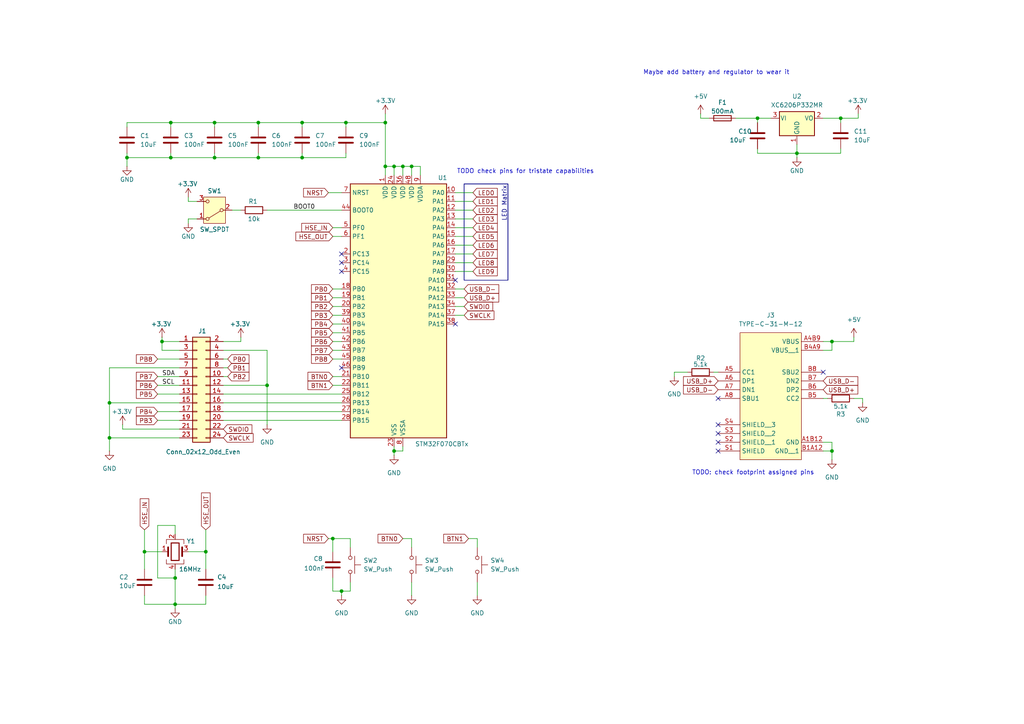
<source format=kicad_sch>
(kicad_sch (version 20231120) (generator "eeschema") (generator_version "8.0")
  (paper "A4")
  (title_block (title "VIRM-STM32") (date "2024-03-24") (rev "1.0") (company "Martijn Casteel"))
  (lib_symbols
    (symbol "Connector_Generic:Conn_02x12_Odd_Even" (pin_names (offset 1.016) hide)
      (property "Reference" "J" (at 1.27 15.24 0))
      (property "Value" "Conn_02x12_Odd_Even" (at 1.27 -17.78 0))
      (symbol "Conn_02x12_Odd_Even_1_1"
        (rectangle (start -1.27 -15.113) (end 0 -15.367) (stroke (width 0.1524)))
        (rectangle (start -1.27 -12.573) (end 0 -12.827) (stroke (width 0.1524)))
        (rectangle (start -1.27 -10.033) (end 0 -10.287) (stroke (width 0.1524)))
        (rectangle (start -1.27 -7.493) (end 0 -7.747) (stroke (width 0.1524)))
        (rectangle (start -1.27 -4.953) (end 0 -5.207) (stroke (width 0.1524)))
        (rectangle (start -1.27 -2.413) (end 0 -2.667) (stroke (width 0.1524)))
        (rectangle (start -1.27 0.127) (end 0 -0.127) (stroke (width 0.1524)))
        (rectangle (start -1.27 2.667) (end 0 2.413) (stroke (width 0.1524)))
        (rectangle (start -1.27 5.207) (end 0 4.953) (stroke (width 0.1524)))
        (rectangle (start -1.27 7.747) (end 0 7.493) (stroke (width 0.1524)))
        (rectangle (start -1.27 10.287) (end 0 10.033) (stroke (width 0.1524)))
        (rectangle (start -1.27 12.827) (end 0 12.573) (stroke (width 0.1524)))
        (rectangle (start -1.27 13.97) (end 3.81 -16.51) (stroke (width 0.254)) (fill (type background)))
        (rectangle (start 3.81 -15.113) (end 2.54 -15.367) (stroke (width 0.1524)))
        (rectangle (start 3.81 -12.573) (end 2.54 -12.827) (stroke (width 0.1524)))
        (rectangle (start 3.81 -10.033) (end 2.54 -10.287) (stroke (width 0.1524)))
        (rectangle (start 3.81 -7.493) (end 2.54 -7.747) (stroke (width 0.1524)))
        (rectangle (start 3.81 -4.953) (end 2.54 -5.207) (stroke (width 0.1524)))
        (rectangle (start 3.81 -2.413) (end 2.54 -2.667) (stroke (width 0.1524)))
        (rectangle (start 3.81 0.127) (end 2.54 -0.127) (stroke (width 0.1524)))
        (rectangle (start 3.81 2.667) (end 2.54 2.413) (stroke (width 0.1524)))
        (rectangle (start 3.81 5.207) (end 2.54 4.953) (stroke (width 0.1524)))
        (rectangle (start 3.81 7.747) (end 2.54 7.493) (stroke (width 0.1524)))
        (rectangle (start 3.81 10.287) (end 2.54 10.033) (stroke (width 0.1524)))
        (rectangle (start 3.81 12.827) (end 2.54 12.573) (stroke (width 0.1524)))
        (pin passive line (at -5.08 12.7 0) (length 3.81) (name "Pin_1") (number "1"))
        (pin passive line (at 7.62 2.54 180) (length 3.81) (name "Pin_10") (number "10"))
        (pin passive line (at -5.08 0 0) (length 3.81) (name "Pin_11") (number "11"))
        (pin passive line (at 7.62 0 180) (length 3.81) (name "Pin_12") (number "12"))
        (pin passive line (at -5.08 -2.54 0) (length 3.81) (name "Pin_13") (number "13"))
        (pin passive line (at 7.62 -2.54 180) (length 3.81) (name "Pin_14") (number "14"))
        (pin passive line (at -5.08 -5.08 0) (length 3.81) (name "Pin_15") (number "15"))
        (pin passive line (at 7.62 -5.08 180) (length 3.81) (name "Pin_16") (number "16"))
        (pin passive line (at -5.08 -7.62 0) (length 3.81) (name "Pin_17") (number "17"))
        (pin passive line (at 7.62 -7.62 180) (length 3.81) (name "Pin_18") (number "18"))
        (pin passive line (at -5.08 -10.16 0) (length 3.81) (name "Pin_19") (number "19"))
        (pin passive line (at 7.62 12.7 180) (length 3.81) (name "Pin_2") (number "2"))
        (pin passive line (at 7.62 -10.16 180) (length 3.81) (name "Pin_20") (number "20"))
        (pin passive line (at -5.08 -12.7 0) (length 3.81) (name "Pin_21") (number "21"))
        (pin passive line (at 7.62 -12.7 180) (length 3.81) (name "Pin_22") (number "22"))
        (pin passive line (at -5.08 -15.24 0) (length 3.81) (name "Pin_23") (number "23"))
        (pin passive line (at 7.62 -15.24 180) (length 3.81) (name "Pin_24") (number "24"))
        (pin passive line (at -5.08 10.16 0) (length 3.81) (name "Pin_3") (number "3"))
        (pin passive line (at 7.62 10.16 180) (length 3.81) (name "Pin_4") (number "4"))
        (pin passive line (at -5.08 7.62 0) (length 3.81) (name "Pin_5") (number "5"))
        (pin passive line (at 7.62 7.62 180) (length 3.81) (name "Pin_6") (number "6"))
        (pin passive line (at -5.08 5.08 0) (length 3.81) (name "Pin_7") (number "7"))
        (pin passive line (at 7.62 5.08 180) (length 3.81) (name "Pin_8") (number "8"))
        (pin passive line (at -5.08 2.54 0) (length 3.81) (name "Pin_9") (number "9"))
      )
    )
    (symbol "Device:C" (pin_numbers hide) (pin_names (offset 0.254))
      (property "Reference" "C" (at 0.635 2.54 0))
      (property "Value" "C" (at 0.635 -2.54 0))
      (symbol "C_0_1"
        (polyline (pts (xy -2.032 -0.762) (xy 2.032 -0.762)) (stroke (width 0.508)))
        (polyline (pts (xy -2.032 0.762) (xy 2.032 0.762)) (stroke (width 0.508)))
      )
      (symbol "C_1_1"
        (pin passive line (at 0 3.81 270) (length 2.794) (name "~") (number "1"))
        (pin passive line (at 0 -3.81 90) (length 2.794) (name "~") (number "2"))
      )
    )
    (symbol "Device:Crystal_GND24" (pin_names (offset 1.016) hide)
      (property "Reference" "Y" (at 3.175 5.08 0))
      (property "Value" "Crystal_GND24" (at 3.175 3.175 0))
      (symbol "Crystal_GND24_0_1"
        (rectangle (start -1.143 2.54) (end 1.143 -2.54) (stroke (width 0.3048)))
        (polyline (pts (xy -2.54 0) (xy -2.032 0)))
        (polyline (pts (xy -2.032 -1.27) (xy -2.032 1.27)) (stroke (width 0.508)))
        (polyline (pts (xy 0 -3.81) (xy 0 -3.556)))
        (polyline (pts (xy 0 3.556) (xy 0 3.81)))
        (polyline (pts (xy 2.032 -1.27) (xy 2.032 1.27)) (stroke (width 0.508)))
        (polyline (pts (xy 2.032 0) (xy 2.54 0)))
        (polyline (pts (xy -2.54 -2.286) (xy -2.54 -3.556) (xy 2.54 -3.556) (xy 2.54 -2.286)))
        (polyline (pts (xy -2.54 2.286) (xy -2.54 3.556) (xy 2.54 3.556) (xy 2.54 2.286)))
      )
      (symbol "Crystal_GND24_1_1"
        (pin passive line (at -3.81 0 0) (length 1.27) (name "1") (number "1"))
        (pin passive line (at 0 5.08 270) (length 1.27) (name "2") (number "2"))
        (pin passive line (at 3.81 0 180) (length 1.27) (name "3") (number "3"))
        (pin passive line (at 0 -5.08 90) (length 1.27) (name "4") (number "4"))
      )
    )
    (symbol "Device:Fuse" (pin_numbers hide) (pin_names (offset 0))
      (property "Reference" "F" (at 2.032 0 90))
      (property "Value" "Fuse" (at -1.905 0 90))
      (symbol "Fuse_0_1"
        (rectangle (start -0.762 -2.54) (end 0.762 2.54) (stroke (width 0.254)))
        (polyline (pts (xy 0 2.54) (xy 0 -2.54)))
      )
      (symbol "Fuse_1_1"
        (pin passive line (at 0 3.81 270) (length 1.27) (name "~") (number "1"))
        (pin passive line (at 0 -3.81 90) (length 1.27) (name "~") (number "2"))
      )
    )
    (symbol "Device:R" (pin_numbers hide) (pin_names (offset 0))
      (property "Reference" "R" (at 2.032 0 90))
      (property "Value" "R" (at 0 0 90))
      (symbol "R_0_1"
        (rectangle (start -1.016 -2.54) (end 1.016 2.54) (stroke (width 0.254)))
      )
      (symbol "R_1_1"
        (pin passive line (at 0 3.81 270) (length 1.27) (name "~") (number "1"))
        (pin passive line (at 0 -3.81 90) (length 1.27) (name "~") (number "2"))
      )
    )
    (symbol "LCSC:TYPE-C-31-M-12" (pin_names (offset 0.5))
      (property "Reference" "J" (at 0.254 22.86 0))
      (property "Value" "TYPE-C-31-M-12" (at 0 20.574 0))
      (symbol "TYPE-C-31-M-12_1_1"
        (rectangle (start -8.89 19.05) (end 8.89 -17.78) (fill (type background)))
        (pin power_in line (at 15.24 -12.7 180) (length 6.35) (name "GND") (number "A1B12"))
        (pin power_in line (at 15.24 16.51 180) (length 6.35) (name "VBUS") (number "A4B9"))
        (pin bidirectional line (at -15.24 7.62 0) (length 6.35) (name "CC1") (number "A5"))
        (pin bidirectional line (at -15.24 5.08 0) (length 6.35) (name "DP1") (number "A6"))
        (pin bidirectional line (at -15.24 2.54 0) (length 6.35) (name "DN1") (number "A7"))
        (pin bidirectional line (at -15.24 0 0) (length 6.35) (name "SBU1") (number "A8"))
        (pin power_in line (at 15.24 -15.24 180) (length 6.35) (name "GND__1") (number "B1A12"))
        (pin power_in line (at 15.24 13.97 180) (length 6.35) (name "VBUS__1") (number "B4A9"))
        (pin bidirectional line (at 15.24 0 180) (length 6.35) (name "CC2") (number "B5"))
        (pin bidirectional line (at 15.24 2.54 180) (length 6.35) (name "DP2") (number "B6"))
        (pin bidirectional line (at 15.24 5.08 180) (length 6.35) (name "DN2") (number "B7"))
        (pin bidirectional line (at 15.24 7.62 180) (length 6.35) (name "SBU2") (number "B8"))
        (pin passive line (at -15.24 -15.24 0) (length 6.35) (name "SHIELD") (number "S1"))
        (pin passive line (at -15.24 -12.7 0) (length 6.35) (name "SHIELD__1") (number "S2"))
        (pin passive line (at -15.24 -10.16 0) (length 6.35) (name "SHIELD__2") (number "S3"))
        (pin passive line (at -15.24 -7.62 0) (length 6.35) (name "SHIELD__3") (number "S4"))
      )
    )
    (symbol "MCU_ST_STM32F0:STM32F070CBTx"
      (property "Reference" "U" (at -12.7 39.37 0))
      (property "Value" "STM32F070CBTx" (at 10.16 39.37 0))
      (symbol "STM32F070CBTx_0_1"
        (rectangle (start -12.7 -35.56) (end 15.24 38.1) (stroke (width 0.254)) (fill (type background)))
      )
      (symbol "STM32F070CBTx_1_1"
        (pin power_in line (at -2.54 40.64 270) (length 2.54) (name "VDD") (number "1"))
        (pin bidirectional line (at 17.78 35.56 180) (length 2.54) (name "PA0") (number "10"))
        (pin bidirectional line (at 17.78 33.02 180) (length 2.54) (name "PA1") (number "11"))
        (pin bidirectional line (at 17.78 30.48 180) (length 2.54) (name "PA2") (number "12"))
        (pin bidirectional line (at 17.78 27.94 180) (length 2.54) (name "PA3") (number "13"))
        (pin bidirectional line (at 17.78 25.4 180) (length 2.54) (name "PA4") (number "14"))
        (pin bidirectional line (at 17.78 22.86 180) (length 2.54) (name "PA5") (number "15"))
        (pin bidirectional line (at 17.78 20.32 180) (length 2.54) (name "PA6") (number "16"))
        (pin bidirectional line (at 17.78 17.78 180) (length 2.54) (name "PA7") (number "17"))
        (pin bidirectional line (at -15.24 7.62 0) (length 2.54) (name "PB0") (number "18"))
        (pin bidirectional line (at -15.24 5.08 0) (length 2.54) (name "PB1") (number "19"))
        (pin bidirectional line (at -15.24 17.78 0) (length 2.54) (name "PC13") (number "2"))
        (pin bidirectional line (at -15.24 2.54 0) (length 2.54) (name "PB2") (number "20"))
        (pin bidirectional line (at -15.24 -17.78 0) (length 2.54) (name "PB10") (number "21"))
        (pin bidirectional line (at -15.24 -20.32 0) (length 2.54) (name "PB11") (number "22"))
        (pin power_in line (at 0 -38.1 90) (length 2.54) (name "VSS") (number "23"))
        (pin power_in line (at 0 40.64 270) (length 2.54) (name "VDD") (number "24"))
        (pin bidirectional line (at -15.24 -22.86 0) (length 2.54) (name "PB12") (number "25"))
        (pin bidirectional line (at -15.24 -25.4 0) (length 2.54) (name "PB13") (number "26"))
        (pin bidirectional line (at -15.24 -27.94 0) (length 2.54) (name "PB14") (number "27"))
        (pin bidirectional line (at -15.24 -30.48 0) (length 2.54) (name "PB15") (number "28"))
        (pin bidirectional line (at 17.78 15.24 180) (length 2.54) (name "PA8") (number "29"))
        (pin bidirectional line (at -15.24 15.24 0) (length 2.54) (name "PC14") (number "3"))
        (pin bidirectional line (at 17.78 12.7 180) (length 2.54) (name "PA9") (number "30"))
        (pin bidirectional line (at 17.78 10.16 180) (length 2.54) (name "PA10") (number "31"))
        (pin bidirectional line (at 17.78 7.62 180) (length 2.54) (name "PA11") (number "32"))
        (pin bidirectional line (at 17.78 5.08 180) (length 2.54) (name "PA12") (number "33"))
        (pin bidirectional line (at 17.78 2.54 180) (length 2.54) (name "PA13") (number "34"))
        (pin passive line (at 0 -38.1 90) (length 2.54) hide (name "VSS") (number "35"))
        (pin power_in line (at 2.54 40.64 270) (length 2.54) (name "VDD") (number "36"))
        (pin bidirectional line (at 17.78 0 180) (length 2.54) (name "PA14") (number "37"))
        (pin bidirectional line (at 17.78 -2.54 180) (length 2.54) (name "PA15") (number "38"))
        (pin bidirectional line (at -15.24 0 0) (length 2.54) (name "PB3") (number "39"))
        (pin bidirectional line (at -15.24 12.7 0) (length 2.54) (name "PC15") (number "4"))
        (pin bidirectional line (at -15.24 -2.54 0) (length 2.54) (name "PB4") (number "40"))
        (pin bidirectional line (at -15.24 -5.08 0) (length 2.54) (name "PB5") (number "41"))
        (pin bidirectional line (at -15.24 -7.62 0) (length 2.54) (name "PB6") (number "42"))
        (pin bidirectional line (at -15.24 -10.16 0) (length 2.54) (name "PB7") (number "43"))
        (pin input line (at -15.24 30.48 0) (length 2.54) (name "BOOT0") (number "44"))
        (pin bidirectional line (at -15.24 -12.7 0) (length 2.54) (name "PB8") (number "45"))
        (pin bidirectional line (at -15.24 -15.24 0) (length 2.54) (name "PB9") (number "46"))
        (pin passive line (at 0 -38.1 90) (length 2.54) hide (name "VSS") (number "47"))
        (pin power_in line (at 5.08 40.64 270) (length 2.54) (name "VDD") (number "48"))
        (pin bidirectional line (at -15.24 25.4 0) (length 2.54) (name "PF0") (number "5"))
        (pin bidirectional line (at -15.24 22.86 0) (length 2.54) (name "PF1") (number "6"))
        (pin input line (at -15.24 35.56 0) (length 2.54) (name "NRST") (number "7"))
        (pin power_in line (at 2.54 -38.1 90) (length 2.54) (name "VSSA") (number "8"))
        (pin power_in line (at 7.62 40.64 270) (length 2.54) (name "VDDA") (number "9"))
      )
    )
    (symbol "Regulator_Linear:XC6206PxxxMR" (pin_names (offset 0.254))
      (property "Reference" "U" (at -3.81 3.175 0))
      (property "Value" "XC6206PxxxMR" (at 0 3.175 0))
      (symbol "XC6206PxxxMR_0_1"
        (rectangle (start -5.08 1.905) (end 5.08 -5.08) (stroke (width 0.254)) (fill (type background)))
      )
      (symbol "XC6206PxxxMR_1_1"
        (pin power_in line (at 0 -7.62 90) (length 2.54) (name "GND") (number "1"))
        (pin power_out line (at 7.62 0 180) (length 2.54) (name "VO") (number "2"))
        (pin power_in line (at -7.62 0 0) (length 2.54) (name "VI") (number "3"))
      )
    )
    (symbol "Switch:SW_Push" (pin_numbers hide) (pin_names (offset 1.016) hide)
      (property "Reference" "SW" (at 1.27 2.54 0))
      (property "Value" "SW_Push" (at 0 -1.524 0))
      (symbol "SW_Push_0_1"
        (circle (center -2.032 0) (radius 0.508))
        (polyline (pts (xy 0 1.27) (xy 0 3.048)))
        (polyline (pts (xy 2.54 1.27) (xy -2.54 1.27)))
        (circle (center 2.032 0) (radius 0.508))
        (pin passive line (at -5.08 0 0) (length 2.54) (name "1") (number "1"))
        (pin passive line (at 5.08 0 180) (length 2.54) (name "2") (number "2"))
      )
    )
    (symbol "Switch:SW_SPDT" (pin_names (offset 0) hide)
      (property "Reference" "SW" (at 0 5.08 0))
      (property "Value" "SW_SPDT" (at 0 -5.08 0))
      (symbol "SW_SPDT_0_1"
        (circle (center -2.032 0) (radius 0.4572))
        (polyline (pts (xy -1.651 0.254) (xy 1.651 2.286)))
        (circle (center 2.032 -2.54) (radius 0.4572))
        (circle (center 2.032 2.54) (radius 0.4572))
      )
      (symbol "SW_SPDT_1_1"
        (rectangle (start -3.175 3.81) (end 3.175 -3.81) (fill (type background)))
        (pin passive line (at 5.08 2.54 180) (length 2.54) (name "A") (number "1"))
        (pin passive line (at -5.08 0 0) (length 2.54) (name "B") (number "2"))
        (pin passive line (at 5.08 -2.54 180) (length 2.54) (name "C") (number "3"))
      )
    )
    (symbol "power:+3.3V" (power) (pin_numbers hide) (pin_names (offset 0) hide)
      (property "Value" "+3.3V" (at 0 3.556 0))
      (symbol "+3.3V_0_1"
        (polyline (pts (xy -0.762 1.27) (xy 0 2.54)))
        (polyline (pts (xy 0 0) (xy 0 2.54)))
        (polyline (pts (xy 0 2.54) (xy 0.762 1.27)))
      )
      (symbol "+3.3V_1_1"
        (pin power_in line (at 0 0 90) (length 0) (name "~") (number "1"))
      )
    )
    (symbol "power:+5V" (power) (pin_numbers hide) (pin_names (offset 0) hide)
      (property "Value" "+5V" (at 0 3.556 0))
      (symbol "+5V_0_1"
        (polyline (pts (xy -0.762 1.27) (xy 0 2.54)))
        (polyline (pts (xy 0 0) (xy 0 2.54)))
        (polyline (pts (xy 0 2.54) (xy 0.762 1.27)))
      )
      (symbol "+5V_1_1"
        (pin power_in line (at 0 0 90) (length 0) (name "~") (number "1"))
      )
    )
    (symbol "power:GND" (power) (pin_numbers hide) (pin_names (offset 0) hide)
      (property "Value" "GND" (at 0 -3.81 0))
      (symbol "GND_0_1"
        (polyline (pts (xy 0 0) (xy 0 -1.27) (xy 1.27 -1.27) (xy 0 -2.54) (xy -1.27 -1.27) (xy 0 -1.27)))
      )
      (symbol "GND_1_1"
        (pin power_in line (at 0 0 270) (length 0) (name "~") (number "1"))
      )
    )
  )
  (junction (at 74.93 45.72))
  (junction (at 49.53 35.56))
  (junction (at 116.84 48.26))
  (junction (at 50.8 175.26))
  (junction (at 74.93 35.56))
  (junction (at 59.69 160.02))
  (junction (at 31.75 116.84))
  (junction (at 77.47 111.76))
  (junction (at 114.3 130.81))
  (junction (at 241.3 130.81))
  (junction (at 46.99 99.06))
  (junction (at 87.63 35.56))
  (junction (at 62.23 35.56))
  (junction (at 49.53 45.72))
  (junction (at 111.76 35.56))
  (junction (at 99.06 171.45))
  (junction (at 241.3 99.06))
  (junction (at 36.83 45.72))
  (junction (at 50.8 167.64))
  (junction (at 231.14 44.45))
  (junction (at 111.76 48.26))
  (junction (at 96.52 156.21))
  (junction (at 87.63 45.72))
  (junction (at 114.3 48.26))
  (junction (at 41.91 160.02))
  (junction (at 219.71 34.29))
  (junction (at 243.84 34.29))
  (junction (at 119.38 48.26))
  (junction (at 100.33 35.56))
  (junction (at 31.75 127))
  (junction (at 62.23 45.72))
  (no_connect (at 208.28 115.57))
  (no_connect (at 99.06 76.2))
  (no_connect (at 208.28 128.27))
  (no_connect (at 208.28 123.19))
  (no_connect (at 238.76 107.95))
  (no_connect (at 99.06 78.74))
  (no_connect (at 132.08 93.98))
  (no_connect (at 132.08 81.28))
  (no_connect (at 99.06 73.66))
  (no_connect (at 208.28 130.81))
  (no_connect (at 99.06 106.68))
  (no_connect (at 208.28 125.73))
  (wire (pts (xy 100.33 35.56) (xy 111.76 35.56)))
  (wire (pts (xy 96.52 171.45) (xy 99.06 171.45)))
  (wire (pts (xy 231.14 41.91) (xy 231.14 44.45)))
  (wire (pts (xy 52.07 124.46) (xy 35.56 124.46)))
  (wire (pts (xy 238.76 34.29) (xy 243.84 34.29)))
  (wire (pts (xy 134.62 86.36) (xy 132.08 86.36)))
  (wire (pts (xy 67.31 60.96) (xy 69.85 60.96)))
  (wire (pts (xy 59.69 160.02) (xy 59.69 165.1)))
  (wire (pts (xy 87.63 35.56) (xy 74.93 35.56)))
  (wire (pts (xy 54.61 63.5) (xy 57.15 63.5)))
  (wire (pts (xy 231.14 44.45) (xy 231.14 45.72)))
  (wire (pts (xy 116.84 48.26) (xy 116.84 50.8)))
  (wire (pts (xy 96.52 93.98) (xy 99.06 93.98)))
  (wire (pts (xy 45.72 111.76) (xy 52.07 111.76)))
  (wire (pts (xy 250.19 115.57) (xy 250.19 116.84)))
  (wire (pts (xy 45.72 109.22) (xy 52.07 109.22)))
  (wire (pts (xy 96.52 156.21) (xy 96.52 160.02)))
  (wire (pts (xy 238.76 130.81) (xy 241.3 130.81)))
  (wire (pts (xy 31.75 116.84) (xy 31.75 127)))
  (wire (pts (xy 36.83 35.56) (xy 36.83 36.83)))
  (wire (pts (xy 132.08 91.44) (xy 134.62 91.44)))
  (wire (pts (xy 59.69 172.72) (xy 59.69 175.26)))
  (wire (pts (xy 99.06 171.45) (xy 99.06 172.72)))
  (wire (pts (xy 64.77 119.38) (xy 99.06 119.38)))
  (wire (pts (xy 138.43 168.91) (xy 138.43 172.72)))
  (wire (pts (xy 137.16 68.58) (xy 132.08 68.58)))
  (wire (pts (xy 96.52 101.6) (xy 99.06 101.6)))
  (wire (pts (xy 247.65 97.79) (xy 247.65 99.06)))
  (wire (pts (xy 54.61 160.02) (xy 59.69 160.02)))
  (wire (pts (xy 62.23 35.56) (xy 49.53 35.56)))
  (wire (pts (xy 49.53 35.56) (xy 36.83 35.56)))
  (wire (pts (xy 219.71 43.18) (xy 219.71 44.45)))
  (wire (pts (xy 111.76 35.56) (xy 111.76 48.26)))
  (wire (pts (xy 66.04 106.68) (xy 64.77 106.68)))
  (wire (pts (xy 62.23 45.72) (xy 74.93 45.72)))
  (wire (pts (xy 114.3 129.54) (xy 114.3 130.81)))
  (wire (pts (xy 74.93 45.72) (xy 87.63 45.72)))
  (wire (pts (xy 87.63 45.72) (xy 100.33 45.72)))
  (wire (pts (xy 114.3 48.26) (xy 116.84 48.26)))
  (wire (pts (xy 45.72 104.14) (xy 52.07 104.14)))
  (wire (pts (xy 241.3 99.06) (xy 241.3 101.6)))
  (wire (pts (xy 35.56 124.46) (xy 35.56 123.19)))
  (wire (pts (xy 41.91 160.02) (xy 41.91 165.1)))
  (wire (pts (xy 96.52 88.9) (xy 99.06 88.9)))
  (wire (pts (xy 96.52 96.52) (xy 99.06 96.52)))
  (wire (pts (xy 238.76 101.6) (xy 241.3 101.6)))
  (wire (pts (xy 96.52 66.04) (xy 99.06 66.04)))
  (wire (pts (xy 132.08 78.74) (xy 137.16 78.74)))
  (wire (pts (xy 137.16 55.88) (xy 132.08 55.88)))
  (wire (pts (xy 247.65 115.57) (xy 250.19 115.57)))
  (wire (pts (xy 137.16 66.04) (xy 132.08 66.04)))
  (wire (pts (xy 96.52 91.44) (xy 99.06 91.44)))
  (wire (pts (xy 77.47 111.76) (xy 77.47 123.19)))
  (wire (pts (xy 41.91 172.72) (xy 41.91 175.26)))
  (wire (pts (xy 119.38 158.75) (xy 119.38 156.21)))
  (wire (pts (xy 96.52 99.06) (xy 99.06 99.06)))
  (wire (pts (xy 64.77 111.76) (xy 77.47 111.76)))
  (wire (pts (xy 248.92 33.02) (xy 248.92 34.29)))
  (wire (pts (xy 54.61 57.15) (xy 54.61 58.42)))
  (wire (pts (xy 96.52 86.36) (xy 99.06 86.36)))
  (wire (pts (xy 100.33 35.56) (xy 100.33 36.83)))
  (wire (pts (xy 50.8 154.94) (xy 50.8 152.4)))
  (wire (pts (xy 74.93 35.56) (xy 62.23 35.56)))
  (wire (pts (xy 132.08 88.9) (xy 134.62 88.9)))
  (wire (pts (xy 111.76 48.26) (xy 111.76 50.8)))
  (wire (pts (xy 121.92 50.8) (xy 121.92 48.26)))
  (wire (pts (xy 96.52 111.76) (xy 99.06 111.76)))
  (wire (pts (xy 238.76 128.27) (xy 241.3 128.27)))
  (wire (pts (xy 219.71 34.29) (xy 223.52 34.29)))
  (wire (pts (xy 59.69 153.67) (xy 59.69 160.02)))
  (wire (pts (xy 50.8 175.26) (xy 50.8 176.53)))
  (wire (pts (xy 134.62 83.82) (xy 132.08 83.82)))
  (wire (pts (xy 116.84 129.54) (xy 116.84 130.81)))
  (wire (pts (xy 62.23 45.72) (xy 62.23 44.45)))
  (wire (pts (xy 243.84 34.29) (xy 243.84 35.56)))
  (wire (pts (xy 36.83 44.45) (xy 36.83 45.72)))
  (wire (pts (xy 64.77 99.06) (xy 69.85 99.06)))
  (wire (pts (xy 195.58 107.95) (xy 199.39 107.95)))
  (wire (pts (xy 243.84 34.29) (xy 248.92 34.29)))
  (wire (pts (xy 138.43 158.75) (xy 138.43 156.21)))
  (wire (pts (xy 219.71 44.45) (xy 231.14 44.45)))
  (wire (pts (xy 46.99 99.06) (xy 52.07 99.06)))
  (wire (pts (xy 62.23 35.56) (xy 62.23 36.83)))
  (wire (pts (xy 135.89 156.21) (xy 138.43 156.21)))
  (wire (pts (xy 238.76 115.57) (xy 240.03 115.57)))
  (wire (pts (xy 137.16 73.66) (xy 132.08 73.66)))
  (wire (pts (xy 132.08 76.2) (xy 137.16 76.2)))
  (wire (pts (xy 31.75 127) (xy 52.07 127)))
  (wire (pts (xy 50.8 167.64) (xy 50.8 175.26)))
  (wire (pts (xy 31.75 106.68) (xy 52.07 106.68)))
  (wire (pts (xy 66.04 104.14) (xy 64.77 104.14)))
  (wire (pts (xy 114.3 130.81) (xy 114.3 132.08)))
  (wire (pts (xy 231.14 44.45) (xy 243.84 44.45)))
  (wire (pts (xy 54.61 64.77) (xy 54.61 63.5)))
  (wire (pts (xy 96.52 156.21) (xy 101.6 156.21)))
  (wire (pts (xy 77.47 101.6) (xy 77.47 111.76)))
  (wire (pts (xy 87.63 35.56) (xy 87.63 36.83)))
  (wire (pts (xy 31.75 127) (xy 31.75 130.81)))
  (wire (pts (xy 95.25 156.21) (xy 96.52 156.21)))
  (wire (pts (xy 96.52 104.14) (xy 99.06 104.14)))
  (wire (pts (xy 64.77 116.84) (xy 99.06 116.84)))
  (wire (pts (xy 64.77 101.6) (xy 77.47 101.6)))
  (wire (pts (xy 119.38 48.26) (xy 119.38 50.8)))
  (wire (pts (xy 59.69 175.26) (xy 50.8 175.26)))
  (wire (pts (xy 31.75 106.68) (xy 31.75 116.84)))
  (wire (pts (xy 46.99 97.79) (xy 46.99 99.06)))
  (wire (pts (xy 49.53 45.72) (xy 49.53 44.45)))
  (wire (pts (xy 203.2 33.02) (xy 203.2 34.29)))
  (wire (pts (xy 87.63 44.45) (xy 87.63 45.72)))
  (wire (pts (xy 238.76 99.06) (xy 241.3 99.06)))
  (wire (pts (xy 116.84 156.21) (xy 119.38 156.21)))
  (wire (pts (xy 31.75 116.84) (xy 52.07 116.84)))
  (wire (pts (xy 45.72 119.38) (xy 52.07 119.38)))
  (wire (pts (xy 46.99 101.6) (xy 52.07 101.6)))
  (wire (pts (xy 69.85 97.79) (xy 69.85 99.06)))
  (wire (pts (xy 219.71 34.29) (xy 219.71 35.56)))
  (wire (pts (xy 241.3 130.81) (xy 241.3 133.35)))
  (wire (pts (xy 45.72 152.4) (xy 45.72 167.64)))
  (wire (pts (xy 46.99 99.06) (xy 46.99 101.6)))
  (wire (pts (xy 54.61 58.42) (xy 57.15 58.42)))
  (wire (pts (xy 119.38 168.91) (xy 119.38 172.72)))
  (wire (pts (xy 49.53 35.56) (xy 49.53 36.83)))
  (wire (pts (xy 45.72 114.3) (xy 52.07 114.3)))
  (wire (pts (xy 50.8 165.1) (xy 50.8 167.64)))
  (wire (pts (xy 45.72 167.64) (xy 50.8 167.64)))
  (wire (pts (xy 137.16 58.42) (xy 132.08 58.42)))
  (wire (pts (xy 74.93 44.45) (xy 74.93 45.72)))
  (wire (pts (xy 241.3 99.06) (xy 247.65 99.06)))
  (wire (pts (xy 45.72 121.92) (xy 52.07 121.92)))
  (wire (pts (xy 101.6 168.91) (xy 101.6 171.45)))
  (wire (pts (xy 41.91 175.26) (xy 50.8 175.26)))
  (wire (pts (xy 41.91 153.67) (xy 41.91 160.02)))
  (wire (pts (xy 64.77 121.92) (xy 99.06 121.92)))
  (wire (pts (xy 100.33 45.72) (xy 100.33 44.45)))
  (wire (pts (xy 77.47 60.96) (xy 99.06 60.96)))
  (wire (pts (xy 96.52 68.58) (xy 99.06 68.58)))
  (wire (pts (xy 87.63 35.56) (xy 100.33 35.56)))
  (wire (pts (xy 114.3 130.81) (xy 116.84 130.81)))
  (wire (pts (xy 116.84 48.26) (xy 119.38 48.26)))
  (wire (pts (xy 119.38 48.26) (xy 121.92 48.26)))
  (wire (pts (xy 111.76 48.26) (xy 114.3 48.26)))
  (wire (pts (xy 137.16 60.96) (xy 132.08 60.96)))
  (wire (pts (xy 50.8 152.4) (xy 45.72 152.4)))
  (wire (pts (xy 195.58 109.22) (xy 195.58 107.95)))
  (wire (pts (xy 203.2 34.29) (xy 205.74 34.29)))
  (wire (pts (xy 36.83 45.72) (xy 49.53 45.72)))
  (wire (pts (xy 74.93 35.56) (xy 74.93 36.83)))
  (wire (pts (xy 96.52 109.22) (xy 99.06 109.22)))
  (wire (pts (xy 114.3 50.8) (xy 114.3 48.26)))
  (wire (pts (xy 101.6 156.21) (xy 101.6 158.75)))
  (wire (pts (xy 49.53 45.72) (xy 62.23 45.72)))
  (wire (pts (xy 96.52 83.82) (xy 99.06 83.82)))
  (wire (pts (xy 243.84 44.45) (xy 243.84 43.18)))
  (wire (pts (xy 111.76 33.02) (xy 111.76 35.56)))
  (wire (pts (xy 95.25 55.88) (xy 99.06 55.88)))
  (wire (pts (xy 137.16 63.5) (xy 132.08 63.5)))
  (wire (pts (xy 64.77 114.3) (xy 99.06 114.3)))
  (wire (pts (xy 41.91 160.02) (xy 46.99 160.02)))
  (wire (pts (xy 96.52 167.64) (xy 96.52 171.45)))
  (wire (pts (xy 99.06 171.45) (xy 101.6 171.45)))
  (wire (pts (xy 241.3 128.27) (xy 241.3 130.81)))
  (wire (pts (xy 207.01 107.95) (xy 208.28 107.95)))
  (wire (pts (xy 64.77 109.22) (xy 66.04 109.22)))
  (wire (pts (xy 213.36 34.29) (xy 219.71 34.29)))
  (wire (pts (xy 137.16 71.12) (xy 132.08 71.12)))
  (wire (pts (xy 36.83 45.72) (xy 36.83 48.26)))
  (text "TODO check pins for tristate capabilities" (at 152.4 49.784 0) (effects (font (size 1.27 1.27))))
  (text "TODO: check footprint assigned pins" (at 218.44 137.16 0) (effects (font (size 1.27 1.27))))
  (text "Maybe add battery and regulator to wear it" (at 207.772 21.082 0) (effects (font (size 1.27 1.27))))
  (label "SDA" (at 46.99 109.22 0))
  (label "BOOT0" (at 85.09 60.96 0))
  (label "SCL" (at 46.99 111.76 0))
  (global_label "LED4" (shape input) (at 137.16 66.04 0) (property "Intersheetrefs" "${INTERSHEET_REFS}" (effects (hide yes))))
  (global_label "USB_D-" (shape input) (at 208.28 113.03 180) (property "Intersheetrefs" "${INTERSHEET_REFS}" (effects (hide yes))))
  (global_label "PB6" (shape input) (at 45.72 111.76 180) (property "Intersheetrefs" "${INTERSHEET_REFS}" (effects (hide yes))))
  (global_label "NRST" (shape input) (at 95.25 156.21 180) (property "Intersheetrefs" "${INTERSHEET_REFS}" (effects (hide yes))))
  (global_label "LED0" (shape input) (at 137.16 55.88 0) (property "Intersheetrefs" "${INTERSHEET_REFS}" (effects (hide yes))))
  (global_label "SWDIO" (shape input) (at 134.62 88.9 0) (property "Intersheetrefs" "${INTERSHEET_REFS}" (effects (hide yes))))
  (global_label "PB7" (shape input) (at 96.52 101.6 180) (property "Intersheetrefs" "${INTERSHEET_REFS}" (effects (hide yes))))
  (global_label "SWDIO" (shape input) (at 64.77 124.46 0) (property "Intersheetrefs" "${INTERSHEET_REFS}" (effects (hide yes))))
  (global_label "LED8" (shape input) (at 137.16 76.2 0) (property "Intersheetrefs" "${INTERSHEET_REFS}" (effects (hide yes))))
  (global_label "PB8" (shape input) (at 96.52 104.14 180) (property "Intersheetrefs" "${INTERSHEET_REFS}" (effects (hide yes))))
  (global_label "PB6" (shape input) (at 96.52 99.06 180) (property "Intersheetrefs" "${INTERSHEET_REFS}" (effects (hide yes))))
  (global_label "SWCLK" (shape input) (at 64.77 127 0) (property "Intersheetrefs" "${INTERSHEET_REFS}" (effects (hide yes))))
  (global_label "SWCLK" (shape input) (at 134.62 91.44 0) (property "Intersheetrefs" "${INTERSHEET_REFS}" (effects (hide yes))))
  (global_label "USB_D+" (shape input) (at 238.76 113.03 0) (property "Intersheetrefs" "${INTERSHEET_REFS}" (effects (hide yes))))
  (global_label "PB4" (shape input) (at 96.52 93.98 180) (property "Intersheetrefs" "${INTERSHEET_REFS}" (effects (hide yes))))
  (global_label "LED3" (shape input) (at 137.16 63.5 0) (property "Intersheetrefs" "${INTERSHEET_REFS}" (effects (hide yes))))
  (global_label "LED2" (shape input) (at 137.16 60.96 0) (property "Intersheetrefs" "${INTERSHEET_REFS}" (effects (hide yes))))
  (global_label "HSE_OUT" (shape input) (at 96.52 68.58 180) (property "Intersheetrefs" "${INTERSHEET_REFS}" (effects (hide yes))))
  (global_label "USB_D-" (shape input) (at 238.76 110.49 0) (property "Intersheetrefs" "${INTERSHEET_REFS}" (effects (hide yes))))
  (global_label "PB1" (shape input) (at 96.52 86.36 180) (property "Intersheetrefs" "${INTERSHEET_REFS}" (effects (hide yes))))
  (global_label "HSE_IN" (shape input) (at 41.91 153.67 90) (property "Intersheetrefs" "${INTERSHEET_REFS}" (effects (hide yes))))
  (global_label "PB7" (shape input) (at 45.72 109.22 180) (property "Intersheetrefs" "${INTERSHEET_REFS}" (effects (hide yes))))
  (global_label "NRST" (shape input) (at 95.25 55.88 180) (property "Intersheetrefs" "${INTERSHEET_REFS}" (effects (hide yes))))
  (global_label "BTN0" (shape input) (at 116.84 156.21 180) (property "Intersheetrefs" "${INTERSHEET_REFS}" (effects (hide yes))))
  (global_label "PB8" (shape input) (at 45.72 104.14 180) (property "Intersheetrefs" "${INTERSHEET_REFS}" (effects (hide yes))))
  (global_label "LED7" (shape input) (at 137.16 73.66 0) (property "Intersheetrefs" "${INTERSHEET_REFS}" (effects (hide yes))))
  (global_label "BTN1" (shape input) (at 135.89 156.21 180) (property "Intersheetrefs" "${INTERSHEET_REFS}" (effects (hide yes))))
  (global_label "PB3" (shape input) (at 96.52 91.44 180) (property "Intersheetrefs" "${INTERSHEET_REFS}" (effects (hide yes))))
  (global_label "PB0" (shape input) (at 96.52 83.82 180) (property "Intersheetrefs" "${INTERSHEET_REFS}" (effects (hide yes))))
  (global_label "PB2" (shape input) (at 66.04 109.22 0) (property "Intersheetrefs" "${INTERSHEET_REFS}" (effects (hide yes))))
  (global_label "USB_D-" (shape input) (at 134.62 83.82 0) (property "Intersheetrefs" "${INTERSHEET_REFS}" (effects (hide yes))))
  (global_label "USB_D+" (shape input) (at 208.28 110.49 180) (property "Intersheetrefs" "${INTERSHEET_REFS}" (effects (hide yes))))
  (global_label "LED9" (shape input) (at 137.16 78.74 0) (property "Intersheetrefs" "${INTERSHEET_REFS}" (effects (hide yes))))
  (global_label "LED6" (shape input) (at 137.16 71.12 0) (property "Intersheetrefs" "${INTERSHEET_REFS}" (effects (hide yes))))
  (global_label "USB_D+" (shape input) (at 134.62 86.36 0) (property "Intersheetrefs" "${INTERSHEET_REFS}" (effects (hide yes))))
  (global_label "PB3" (shape input) (at 45.72 121.92 180) (property "Intersheetrefs" "${INTERSHEET_REFS}" (effects (hide yes))))
  (global_label "PB5" (shape input) (at 45.72 114.3 180) (property "Intersheetrefs" "${INTERSHEET_REFS}" (effects (hide yes))))
  (global_label "PB0" (shape input) (at 66.04 104.14 0) (property "Intersheetrefs" "${INTERSHEET_REFS}" (effects (hide yes))))
  (global_label "HSE_OUT" (shape input) (at 59.69 153.67 90) (property "Intersheetrefs" "${INTERSHEET_REFS}" (effects (hide yes))))
  (global_label "BTN0" (shape input) (at 96.52 109.22 180) (property "Intersheetrefs" "${INTERSHEET_REFS}" (effects (hide yes))))
  (global_label "LED5" (shape input) (at 137.16 68.58 0) (property "Intersheetrefs" "${INTERSHEET_REFS}" (effects (hide yes))))
  (global_label "PB4" (shape input) (at 45.72 119.38 180) (property "Intersheetrefs" "${INTERSHEET_REFS}" (effects (hide yes))))
  (global_label "HSE_IN" (shape input) (at 96.52 66.04 180) (property "Intersheetrefs" "${INTERSHEET_REFS}" (effects (hide yes))))
  (global_label "PB2" (shape input) (at 96.52 88.9 180) (property "Intersheetrefs" "${INTERSHEET_REFS}" (effects (hide yes))))
  (global_label "LED1" (shape input) (at 137.16 58.42 0) (property "Intersheetrefs" "${INTERSHEET_REFS}" (effects (hide yes))))
  (global_label "PB1" (shape input) (at 66.04 106.68 0) (property "Intersheetrefs" "${INTERSHEET_REFS}" (effects (hide yes))))
  (global_label "PB5" (shape input) (at 96.52 96.52 180) (property "Intersheetrefs" "${INTERSHEET_REFS}" (effects (hide yes))))
  (global_label "BTN1" (shape input) (at 96.52 111.76 180) (property "Intersheetrefs" "${INTERSHEET_REFS}" (effects (hide yes))))
  (symbol (lib_id "Regulator_Linear:XC6206PxxxMR") (at 231.14 34.29 0) (unit 1)
    (property "Reference" "U2" (at 231.14 27.94 0))
    (property "Value" "XC6206P332MR" (at 231.14 30.48 0))
    (property "Footprint" "Package_TO_SOT_SMD:SOT-23-3" (effects (hide yes)))
    (property "Datasheet" "https://www.torexsemi.com/file/xc6206/XC6206.pdf" (effects (hide yes)))
    (property "Description" "Positive 60-250mA Low Dropout Regulator, Fixed Output, SOT-23" (effects (hide yes)))
    (property "lcsc" "C5446" (effects (hide yes)))
  )
  (symbol (lib_id "power:GND") (at 195.58 109.22 0) (unit 1)
    (property "Reference" "#PWR016" (effects (hide yes)))
    (property "Value" "GND" (at 195.58 114.3 0))
    (property "Description" "Power symbol creates a global label with name \"GND\" , ground" (effects (hide yes)))
  )
  (symbol (lib_id "Device:C") (at 87.63 40.64 0) (unit 1)
    (property "Reference" "C7" (at 91.44 39.3699 0) (effects (justify left)))
    (property "Value" "100nF" (at 91.44 41.9099 0) (effects (justify left)))
    (property "Footprint" "Capacitor_SMD:C_0402_1005Metric" (effects (hide yes)))
    (property "Description" "Unpolarized capacitor" (effects (hide yes)))
    (property "lcsc" "C1525" (effects (hide yes)))
  )
  (symbol (lib_id "power:+3.3V") (at 111.76 33.02 0) (unit 1)
    (property "Reference" "#PWR010" (effects (hide yes)))
    (property "Value" "+3.3V" (at 111.76 29.21 0))
    (property "Description" "Power symbol creates a global label with name \"+3.3V\"" (effects (hide yes)))
  )
  (symbol (lib_id "power:GND") (at 31.75 130.81 0) (mirror y) (unit 1)
    (property "Reference" "#PWR02" (effects (hide yes)))
    (property "Value" "GND" (at 31.75 135.89 0))
    (property "Description" "Power symbol creates a global label with name \"GND\" , ground" (effects (hide yes)))
  )
  (symbol (lib_id "Device:R") (at 203.2 107.95 90) (unit 1)
    (property "Reference" "R2" (at 203.2 103.886 90))
    (property "Value" "5.1k" (at 203.2 105.664 90))
    (property "Footprint" "Resistor_SMD:R_0603_1608Metric" (effects (hide yes)))
    (property "Description" "Resistor" (effects (hide yes)))
    (property "lcsc" "C23186" (effects (hide yes)))
  )
  (symbol (lib_id "power:+3.3V") (at 248.92 33.02 0) (unit 1)
    (property "Reference" "#PWR021" (effects (hide yes)))
    (property "Value" "+3.3V" (at 248.666 29.21 0))
    (property "Description" "Power symbol creates a global label with name \"+3.3V\"" (effects (hide yes)))
  )
  (symbol (lib_id "power:+5V") (at 203.2 33.02 0) (unit 1)
    (property "Reference" "#PWR017" (effects (hide yes)))
    (property "Value" "+5V" (at 203.2 27.94 0))
    (property "Description" "Power symbol creates a global label with name \"+5V\"" (effects (hide yes)))
  )
  (symbol (lib_id "power:GND") (at 99.06 172.72 0) (unit 1)
    (property "Reference" "#PWR09" (effects (hide yes)))
    (property "Value" "GND" (at 99.06 177.8 0))
    (property "Description" "Power symbol creates a global label with name \"GND\" , ground" (effects (hide yes)))
  )
  (symbol (lib_id "power:+3.3V") (at 69.85 97.79 0) (unit 1)
    (property "Reference" "#PWR07" (effects (hide yes)))
    (property "Value" "+3.3V" (at 69.596 93.98 0))
    (property "Description" "Power symbol creates a global label with name \"+3.3V\"" (effects (hide yes)))
  )
  (symbol (lib_id "Device:Crystal_GND24") (at 50.8 160.02 0) (unit 1)
    (property "Reference" "Y1" (at 55.372 156.972 0))
    (property "Value" "16MHz" (at 55.118 165.1 0))
    (property "Footprint" "Crystal:Crystal_SMD_3225-4Pin_3.2x2.5mm" (effects (hide yes)))
    (property "Description" "Four pin crystal, GND on pins 2 and 4" (effects (hide yes)))
    (property "lcsc" "C112972" (effects (hide yes)))
  )
  (symbol (lib_id "Switch:SW_SPDT") (at 62.23 60.96 180) (unit 1)
    (property "Reference" "SW1" (at 62.23 55.372 0))
    (property "Value" "SW_SPDT" (at 62.23 66.548 0))
    (property "Footprint" "Button_Switch_SMD:SW_SPDT_PCM12" (effects (hide yes)))
    (property "Description" "Switch, single pole double throw" (effects (hide yes)))
    (property "lcsc" "C778186" (effects (hide yes)))
  )
  (symbol (lib_id "Device:C") (at 59.69 168.91 0) (unit 1)
    (property "Reference" "C4" (at 62.992 167.386 0) (effects (justify left)))
    (property "Value" "10uF" (at 62.992 170.18 0) (effects (justify left)))
    (property "Footprint" "Capacitor_SMD:C_0402_1005Metric" (effects (hide yes)))
    (property "Description" "Unpolarized capacitor" (effects (hide yes)))
    (property "lcsc" "C15525" (effects (hide yes)))
  )
  (symbol (lib_id "power:GND") (at 77.47 123.19 0) (unit 1)
    (property "Reference" "#PWR08" (effects (hide yes)))
    (property "Value" "GND" (at 77.47 128.27 0))
    (property "Description" "Power symbol creates a global label with name \"GND\" , ground" (effects (hide yes)))
  )
  (symbol (lib_id "Device:Fuse") (at 209.55 34.29 90) (unit 1)
    (property "Reference" "F1" (at 209.55 29.718 90))
    (property "Value" "500mA" (at 209.55 32.258 90))
    (property "Footprint" "Fuse:Fuse_0603_1608Metric" (effects (hide yes)))
    (property "Description" "Fuse" (effects (hide yes)))
    (property "lcsc" "C261937" (effects (hide yes)))
  )
  (symbol (lib_id "power:GND") (at 119.38 172.72 0) (unit 1)
    (property "Reference" "#PWR012" (effects (hide yes)))
    (property "Value" "GND" (at 119.38 177.8 0))
    (property "Description" "Power symbol creates a global label with name \"GND\" , ground" (effects (hide yes)))
  )
  (symbol (lib_id "Device:R") (at 243.84 115.57 90) (unit 1)
    (property "Reference" "R3" (at 243.84 120.142 90))
    (property "Value" "5.1k" (at 243.84 117.856 90))
    (property "Footprint" "Resistor_SMD:R_0603_1608Metric" (effects (hide yes)))
    (property "Description" "Resistor" (effects (hide yes)))
    (property "lcsc" "C23186" (effects (hide yes)))
  )
  (symbol (lib_id "Device:C") (at 243.84 39.37 0) (unit 1)
    (property "Reference" "C11" (at 247.65 38.0999 0) (effects (justify left)))
    (property "Value" "10uF" (at 247.65 40.6399 0) (effects (justify left)))
    (property "Footprint" "Capacitor_SMD:C_0402_1005Metric" (effects (hide yes)))
    (property "Description" "Unpolarized capacitor" (effects (hide yes)))
    (property "lcsc" "C15525" (effects (hide yes)))
  )
  (symbol (lib_id "power:+3.3V") (at 35.56 123.19 0) (unit 1)
    (property "Reference" "#PWR014" (effects (hide yes)))
    (property "Value" "+3.3V" (at 35.306 119.38 0))
    (property "Description" "Power symbol creates a global label with name \"+3.3V\"" (effects (hide yes)))
  )
  (symbol (lib_id "Device:C") (at 62.23 40.64 0) (unit 1)
    (property "Reference" "C5" (at 66.04 39.3699 0) (effects (justify left)))
    (property "Value" "100nF" (at 66.04 41.9099 0) (effects (justify left)))
    (property "Footprint" "Capacitor_SMD:C_0402_1005Metric" (effects (hide yes)))
    (property "Description" "Unpolarized capacitor" (effects (hide yes)))
    (property "lcsc" "C1525" (effects (hide yes)))
  )
  (symbol (lib_id "power:+3.3V") (at 46.99 97.79 0) (unit 1)
    (property "Reference" "#PWR03" (effects (hide yes)))
    (property "Value" "+3.3V" (at 46.736 93.98 0))
    (property "Description" "Power symbol creates a global label with name \"+3.3V\"" (effects (hide yes)))
  )
  (symbol (lib_id "power:GND") (at 114.3 132.08 0) (unit 1)
    (property "Reference" "#PWR011" (effects (hide yes)))
    (property "Value" "GND" (at 114.3 137.16 0))
    (property "Description" "Power symbol creates a global label with name \"GND\" , ground" (effects (hide yes)))
  )
  (symbol (lib_id "power:GND") (at 54.61 64.77 0) (unit 1)
    (property "Reference" "#PWR06" (effects (hide yes)))
    (property "Value" "GND" (at 54.61 68.58 0))
    (property "Description" "Power symbol creates a global label with name \"GND\" , ground" (effects (hide yes)))
  )
  (symbol (lib_id "power:+3.3V") (at 54.61 57.15 0) (unit 1)
    (property "Reference" "#PWR05" (effects (hide yes)))
    (property "Value" "+3.3V" (at 54.356 53.34 0))
    (property "Description" "Power symbol creates a global label with name \"+3.3V\"" (effects (hide yes)))
  )
  (symbol (lib_id "Connector_Generic:Conn_02x12_Odd_Even") (at 57.15 111.76 0) (unit 1)
    (property "Reference" "J1" (at 58.674 96.012 0))
    (property "Value" "Conn_02x12_Odd_Even" (at 58.928 131.064 0))
    (property "Footprint" "Connector_PinHeader_2.54mm:PinHeader_2x12_P2.54mm_Vertical" (effects (hide yes)))
    (property "Description" "Generic connector, double row, 02x12, odd/even pin numbering scheme (row 1 odd numbers, row 2 even numbers), script generated (kicad-library-utils/schlib/autogen/connector/)" (effects (hide yes)))
  )
  (symbol (lib_id "Device:C") (at 74.93 40.64 0) (unit 1)
    (property "Reference" "C6" (at 78.74 39.3699 0) (effects (justify left)))
    (property "Value" "100nF" (at 78.74 41.9099 0) (effects (justify left)))
    (property "Footprint" "Capacitor_SMD:C_0402_1005Metric" (effects (hide yes)))
    (property "Description" "Unpolarized capacitor" (effects (hide yes)))
    (property "lcsc" "C1525" (effects (hide yes)))
  )
  (symbol (lib_id "power:+5V") (at 247.65 97.79 0) (unit 1)
    (property "Reference" "#PWR020" (effects (hide yes)))
    (property "Value" "+5V" (at 247.65 92.71 0))
    (property "Description" "Power symbol creates a global label with name \"+5V\"" (effects (hide yes)))
  )
  (symbol (lib_id "Switch:SW_Push") (at 101.6 163.83 270) (unit 1)
    (property "Reference" "SW2" (at 105.41 162.5599 90) (effects (justify left)))
    (property "Value" "SW_Push" (at 105.41 165.0999 90) (effects (justify left)))
    (property "Footprint" "Button_Switch_SMD:SW_Push_1P1T_XKB_TS-1187A" (effects (hide yes)))
    (property "Description" "Push button switch, generic, two pins" (effects (hide yes)))
    (property "lcsc" "C318884" (effects (hide yes)))
  )
  (symbol (lib_id "power:GND") (at 241.3 133.35 0) (unit 1)
    (property "Reference" "#PWR019" (effects (hide yes)))
    (property "Value" "GND" (at 241.3 138.43 0))
    (property "Description" "Power symbol creates a global label with name \"GND\" , ground" (effects (hide yes)))
  )
  (symbol (lib_id "power:GND") (at 250.19 116.84 0) (unit 1)
    (property "Reference" "#PWR022" (effects (hide yes)))
    (property "Value" "GND" (at 250.19 121.92 0))
    (property "Description" "Power symbol creates a global label with name \"GND\" , ground" (effects (hide yes)))
  )
  (symbol (lib_id "Switch:SW_Push") (at 138.43 163.83 270) (unit 1)
    (property "Reference" "SW4" (at 142.24 162.5599 90) (effects (justify left)))
    (property "Value" "SW_Push" (at 142.24 165.0999 90) (effects (justify left)))
    (property "Footprint" "Button_Switch_SMD:SW_Push_1P1T_XKB_TS-1187A" (effects (hide yes)))
    (property "Description" "Push button switch, generic, two pins" (effects (hide yes)))
    (property "lcsc" "C318884" (effects (hide yes)))
  )
  (symbol (lib_id "Device:R") (at 73.66 60.96 90) (unit 1)
    (property "Reference" "R1" (at 73.406 58.42 90))
    (property "Value" "10k" (at 73.66 63.5 90))
    (property "Footprint" "Resistor_SMD:R_0603_1608Metric" (effects (hide yes)))
    (property "Description" "Resistor" (effects (hide yes)))
    (property "lcsc" "C25804" (effects (hide yes)))
  )
  (symbol (lib_id "power:GND") (at 50.8 176.53 0) (unit 1)
    (property "Reference" "#PWR04" (effects (hide yes)))
    (property "Value" "GND" (at 50.8 180.34 0))
    (property "Description" "Power symbol creates a global label with name \"GND\" , ground" (effects (hide yes)))
  )
  (symbol (lib_id "Device:C") (at 41.91 168.91 0) (unit 1)
    (property "Reference" "C2" (at 34.544 167.386 0) (effects (justify left)))
    (property "Value" "10uF" (at 34.544 169.926 0) (effects (justify left)))
    (property "Footprint" "Capacitor_SMD:C_0402_1005Metric" (effects (hide yes)))
    (property "Description" "Unpolarized capacitor" (effects (hide yes)))
    (property "lcsc" "C15525" (effects (hide yes)))
  )
  (symbol (lib_id "Switch:SW_Push") (at 119.38 163.83 270) (unit 1)
    (property "Reference" "SW3" (at 123.19 162.5599 90) (effects (justify left)))
    (property "Value" "SW_Push" (at 123.19 165.0999 90) (effects (justify left)))
    (property "Footprint" "Button_Switch_SMD:SW_Push_1P1T_XKB_TS-1187A" (effects (hide yes)))
    (property "Description" "Push button switch, generic, two pins" (effects (hide yes)))
    (property "lcsc" "C318884" (effects (hide yes)))
  )
  (symbol (lib_id "power:GND") (at 138.43 172.72 0) (unit 1)
    (property "Reference" "#PWR013" (effects (hide yes)))
    (property "Value" "GND" (at 138.43 177.8 0))
    (property "Description" "Power symbol creates a global label with name \"GND\" , ground" (effects (hide yes)))
  )
  (symbol (lib_id "Device:C") (at 219.71 39.37 0) (unit 1)
    (property "Reference" "C10" (at 214.122 38.1 0) (effects (justify left)))
    (property "Value" "10uF" (at 211.582 40.64 0) (effects (justify left)))
    (property "Footprint" "Capacitor_SMD:C_0402_1005Metric" (effects (hide yes)))
    (property "Description" "Unpolarized capacitor" (effects (hide yes)))
    (property "lcsc" "C15525" (effects (hide yes)))
  )
  (symbol (lib_id "Device:C") (at 100.33 40.64 0) (unit 1)
    (property "Reference" "C9" (at 104.14 39.3699 0) (effects (justify left)))
    (property "Value" "100nF" (at 104.14 41.9099 0) (effects (justify left)))
    (property "Footprint" "Capacitor_SMD:C_0402_1005Metric" (effects (hide yes)))
    (property "Description" "Unpolarized capacitor" (effects (hide yes)))
    (property "lcsc" "C1525" (effects (hide yes)))
  )
  (symbol (lib_id "LCSC:TYPE-C-31-M-12") (at 223.52 115.57 0) (unit 1)
    (property "Reference" "J3" (at 223.52 91.44 0))
    (property "Value" "TYPE-C-31-M-12" (at 223.52 93.98 0))
    (property "Footprint" "LCSC:TYPE-C-31-M-12" (effects (hide yes)))
    (property "Datasheet" "https://www.lcsc.com/datasheet/lcsc_datasheet_2205251630_Korean-Hroparts-Elec-TYPE-C-31-M-12_C165948.pdf" (effects (hide yes)))
    (property "Description" "5A 1 16P Female Type-C SMD USB Connector" (effects (hide yes)))
    (property "lcsc" "C165948" (effects (hide yes)))
  )
  (symbol (lib_id "power:GND") (at 231.14 45.72 0) (unit 1)
    (property "Reference" "#PWR018" (effects (hide yes)))
    (property "Value" "GND" (at 231.14 49.53 0))
    (property "Description" "Power symbol creates a global label with name \"GND\" , ground" (effects (hide yes)))
  )
  (symbol (lib_id "Device:C") (at 36.83 40.64 0) (unit 1)
    (property "Reference" "C1" (at 40.64 39.3699 0) (effects (justify left)))
    (property "Value" "10uF" (at 40.64 41.9099 0) (effects (justify left)))
    (property "Footprint" "Capacitor_SMD:C_0402_1005Metric" (effects (hide yes)))
    (property "Description" "Unpolarized capacitor" (effects (hide yes)))
    (property "lcsc" "C15525" (effects (hide yes)))
  )
  (symbol (lib_id "MCU_ST_STM32F0:STM32F070CBTx") (at 114.3 91.44 0) (unit 1)
    (property "Reference" "U1" (at 127 51.562 0) (effects (justify left)))
    (property "Value" "STM32F070CBTx" (at 120.396 128.778 0) (effects (justify left)))
    (property "Footprint" "Package_QFP:LQFP-48_7x7mm_P0.5mm" (effects (hide yes)))
    (property "Datasheet" "https://www.st.com/resource/en/datasheet/stm32f070cb.pdf" (effects (hide yes)))
    (property "Description" "STMicroelectronics Arm Cortex-M0 MCU, 128KB flash, 16KB RAM, 48 MHz, 2.4-3.6V, 37 GPIO, LQFP48" (effects (hide yes)))
    (property "lcsc" "C74909" (effects (hide yes)))
  )
  (symbol (lib_id "Device:C") (at 49.53 40.64 0) (unit 1)
    (property "Reference" "C3" (at 53.34 39.3699 0) (effects (justify left)))
    (property "Value" "100nF" (at 53.34 41.9099 0) (effects (justify left)))
    (property "Footprint" "Capacitor_SMD:C_0402_1005Metric" (effects (hide yes)))
    (property "Description" "Unpolarized capacitor" (effects (hide yes)))
    (property "lcsc" "C1525" (effects (hide yes)))
  )
  (symbol (lib_id "Device:C") (at 96.52 163.83 0) (unit 1)
    (property "Reference" "C8" (at 90.932 162.052 0) (effects (justify left)))
    (property "Value" "100nF" (at 88.138 164.846 0) (effects (justify left)))
    (property "Footprint" "Capacitor_SMD:C_0402_1005Metric" (effects (hide yes)))
    (property "Description" "Unpolarized capacitor" (effects (hide yes)))
    (property "lcsc" "C1525" (effects (hide yes)))
  )
  (symbol (lib_id "power:GND") (at 36.83 48.26 0) (unit 1)
    (property "Reference" "#PWR01" (effects (hide yes)))
    (property "Value" "GND" (at 36.83 52.07 0))
    (property "Description" "Power symbol creates a global label with name \"GND\" , ground" (effects (hide yes)))
  )
  (sheet (at 134.62 53.34) (size 12.7 27.94) (stroke (width 0.1524) (color 0 0 132 1))
    (property "Sheetname" "LED Matrix" (at 147.066 64.008 90) (effects (justify left bottom)))
    (property "Sheetfile" "led-matrix.kicad_sch" (effects (hide yes)))
  )
)
</source>
